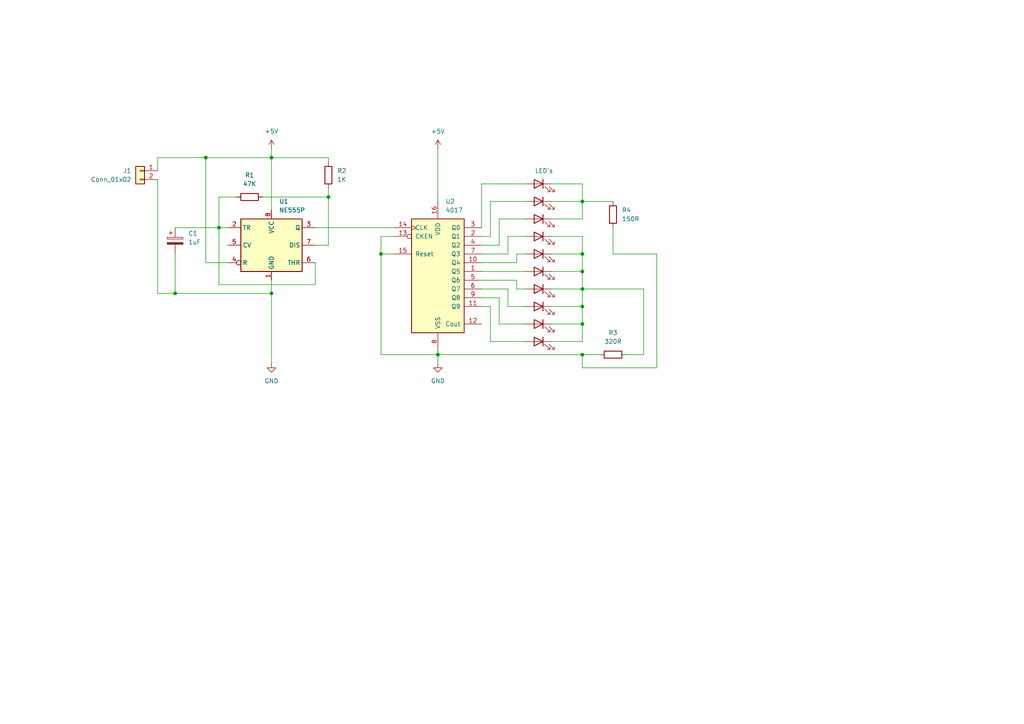
<source format=kicad_sch>
(kicad_sch (version 20230121) (generator eeschema)
  (paper "A4")
  (lib_symbols
    (symbol "4xxx:4017" (pin_names (offset 1.016))
      (property "Reference" "U" (at -7.62 16.51 0))
      (property "Value" "4017" (at -7.62 -19.05 0))
      (symbol "4017_1_0"
        (pin output line (at 12.7 0 180) (length 5.08) (name "Q5") (number "1"))
        (pin output line (at 12.7 2.54 180) (length 5.08) (name "Q4") (number "10"))
        (pin output line (at 12.7 -10.16 180) (length 5.08) (name "Q9") (number "11"))
        (pin output line (at 12.7 -15.24 180) (length 5.08) (name "Cout") (number "12"))
        (pin input inverted (at -12.7 10.16 0) (length 5.08) (name "CKEN") (number "13"))
        (pin input clock (at -12.7 12.7 0) (length 5.08) (name "CLK") (number "14"))
        (pin input line (at -12.7 5.08 0) (length 5.08) (name "Reset") (number "15"))
        (pin power_in line (at 0 20.32 270) (length 5.08) (name "VDD") (number "16"))
        (pin output line (at 12.7 10.16 180) (length 5.08) (name "Q1") (number "2"))
        (pin output line (at 12.7 12.7 180) (length 5.08) (name "Q0") (number "3"))
        (pin output line (at 12.7 7.62 180) (length 5.08) (name "Q2") (number "4"))
        (pin output line (at 12.7 -2.54 180) (length 5.08) (name "Q6") (number "5"))
        (pin output line (at 12.7 -5.08 180) (length 5.08) (name "Q7") (number "6"))
        (pin output line (at 12.7 5.08 180) (length 5.08) (name "Q3") (number "7"))
        (pin power_in line (at 0 -22.86 90) (length 5.08) (name "VSS") (number "8"))
        (pin output line (at 12.7 -7.62 180) (length 5.08) (name "Q8") (number "9"))
      )
      (symbol "4017_1_1"
        (rectangle (start -7.62 15.24) (end 7.62 -17.78) (stroke (width 0.254)) (fill (type background)))
      )
    )
    (symbol "Connector_Generic:Conn_01x02" (pin_names (offset 1.016) hide)
      (property "Reference" "J" (at 0 2.54 0))
      (property "Value" "Conn_01x02" (at 0 -5.08 0))
      (symbol "Conn_01x02_1_1"
        (rectangle (start -1.27 -2.413) (end 0 -2.667) (stroke (width 0.1524)))
        (rectangle (start -1.27 0.127) (end 0 -0.127) (stroke (width 0.1524)))
        (rectangle (start -1.27 1.27) (end 1.27 -3.81) (stroke (width 0.254)) (fill (type background)))
        (pin passive line (at -5.08 0 0) (length 3.81) (name "Pin_1") (number "1"))
        (pin passive line (at -5.08 -2.54 0) (length 3.81) (name "Pin_2") (number "2"))
      )
    )
    (symbol "Device:C_Polarized" (pin_numbers hide) (pin_names (offset 0.254))
      (property "Reference" "C" (at 0.635 2.54 0))
      (property "Value" "C_Polarized" (at 0.635 -2.54 0))
      (symbol "C_Polarized_0_1"
        (rectangle (start -2.286 0.508) (end 2.286 1.016))
        (polyline (pts (xy -1.778 2.286) (xy -0.762 2.286)))
        (polyline (pts (xy -1.27 2.794) (xy -1.27 1.778)))
        (rectangle (start 2.286 -0.508) (end -2.286 -1.016) (fill (type outline)))
      )
      (symbol "C_Polarized_1_1"
        (pin passive line (at 0 3.81 270) (length 2.794) (name "~") (number "1"))
        (pin passive line (at 0 -3.81 90) (length 2.794) (name "~") (number "2"))
      )
    )
    (symbol "Device:LED" (pin_numbers hide) (pin_names (offset 1.016) hide)
      (property "Reference" "D" (at 0 2.54 0))
      (property "Value" "LED" (at 0 -2.54 0))
      (symbol "LED_0_1"
        (polyline (pts (xy -1.27 -1.27) (xy -1.27 1.27)) (stroke (width 0.254)))
        (polyline (pts (xy -1.27 0) (xy 1.27 0)))
        (polyline (pts (xy 1.27 -1.27) (xy 1.27 1.27) (xy -1.27 0) (xy 1.27 -1.27)) (stroke (width 0.254)))
        (polyline (pts (xy -3.048 -0.762) (xy -4.572 -2.286) (xy -3.81 -2.286) (xy -4.572 -2.286) (xy -4.572 -1.524)))
        (polyline (pts (xy -1.778 -0.762) (xy -3.302 -2.286) (xy -2.54 -2.286) (xy -3.302 -2.286) (xy -3.302 -1.524)))
      )
      (symbol "LED_1_1"
        (pin passive line (at -3.81 0 0) (length 2.54) (name "K") (number "1"))
        (pin passive line (at 3.81 0 180) (length 2.54) (name "A") (number "2"))
      )
    )
    (symbol "Device:R" (pin_numbers hide) (pin_names (offset 0))
      (property "Reference" "R" (at 2.032 0 90))
      (property "Value" "R" (at 0 0 90))
      (symbol "R_0_1"
        (rectangle (start -1.016 -2.54) (end 1.016 2.54) (stroke (width 0.254)))
      )
      (symbol "R_1_1"
        (pin passive line (at 0 3.81 270) (length 1.27) (name "~") (number "1"))
        (pin passive line (at 0 -3.81 90) (length 1.27) (name "~") (number "2"))
      )
    )
    (symbol "Timer:NE555P"
      (property "Reference" "U" (at -10.16 8.89 0))
      (property "Value" "NE555P" (at 2.54 8.89 0))
      (symbol "NE555P_0_0"
        (pin power_in line (at 0 -10.16 90) (length 2.54) (name "GND") (number "1"))
        (pin power_in line (at 0 10.16 270) (length 2.54) (name "VCC") (number "8"))
      )
      (symbol "NE555P_0_1"
        (rectangle (start -8.89 -7.62) (end 8.89 7.62) (stroke (width 0.254)) (fill (type background)))
        (rectangle (start -8.89 -7.62) (end 8.89 7.62) (stroke (width 0.254)) (fill (type background)))
      )
      (symbol "NE555P_1_1"
        (pin input line (at -12.7 5.08 0) (length 3.81) (name "TR") (number "2"))
        (pin output line (at 12.7 5.08 180) (length 3.81) (name "Q") (number "3"))
        (pin input inverted (at -12.7 -5.08 0) (length 3.81) (name "R") (number "4"))
        (pin input line (at -12.7 0 0) (length 3.81) (name "CV") (number "5"))
        (pin input line (at 12.7 -5.08 180) (length 3.81) (name "THR") (number "6"))
        (pin input line (at 12.7 0 180) (length 3.81) (name "DIS") (number "7"))
      )
    )
    (symbol "power:+5V" (power) (pin_names (offset 0))
      (property "Value" "+5V" (at 0 3.556 0))
      (symbol "+5V_0_1"
        (polyline (pts (xy -0.762 1.27) (xy 0 2.54)))
        (polyline (pts (xy 0 0) (xy 0 2.54)))
        (polyline (pts (xy 0 2.54) (xy 0.762 1.27)))
      )
      (symbol "+5V_1_1"
        (pin power_in line (at 0 0 90) (length 0) hide (name "+5V") (number "1"))
      )
    )
    (symbol "power:GND" (power) (pin_names (offset 0))
      (property "Value" "GND" (at 0 -3.81 0))
      (symbol "GND_0_1"
        (polyline (pts (xy 0 0) (xy 0 -1.27) (xy 1.27 -1.27) (xy 0 -2.54) (xy -1.27 -1.27) (xy 0 -1.27)))
      )
      (symbol "GND_1_1"
        (pin power_in line (at 0 0 270) (length 0) hide (name "GND") (number "1"))
      )
    )
  )
  (junction (at 168.91 102.87))
  (junction (at 50.8 85.09))
  (junction (at 78.74 45.72))
  (junction (at 168.91 58.42))
  (junction (at 168.91 88.9))
  (junction (at 59.69 45.72))
  (junction (at 168.91 93.98))
  (junction (at 127 102.87))
  (junction (at 95.25 57.15))
  (junction (at 168.91 78.74))
  (junction (at 78.74 85.09))
  (junction (at 63.5 66.04))
  (junction (at 168.91 73.66))
  (junction (at 110.49 73.66))
  (junction (at 168.91 83.82))
  (wire (pts (xy 168.91 83.82) (xy 186.69 83.82)))
  (wire (pts (xy 95.25 57.15) (xy 95.25 71.12)))
  (wire (pts (xy 50.8 73.66) (xy 50.8 85.09)))
  (wire (pts (xy 147.32 83.82) (xy 147.32 88.9)))
  (wire (pts (xy 139.7 76.2) (xy 149.86 76.2)))
  (wire (pts (xy 139.7 68.58) (xy 142.24 68.58)))
  (wire (pts (xy 91.44 82.55) (xy 63.5 82.55)))
  (wire (pts (xy 168.91 93.98) (xy 168.91 88.9)))
  (wire (pts (xy 139.7 88.9) (xy 142.24 88.9)))
  (wire (pts (xy 59.69 45.72) (xy 45.72 45.72)))
  (wire (pts (xy 139.7 83.82) (xy 147.32 83.82)))
  (wire (pts (xy 160.02 68.58) (xy 168.91 68.58)))
  (wire (pts (xy 139.7 81.28) (xy 149.86 81.28)))
  (wire (pts (xy 59.69 45.72) (xy 78.74 45.72)))
  (wire (pts (xy 160.02 63.5) (xy 168.91 63.5)))
  (wire (pts (xy 147.32 88.9) (xy 152.4 88.9)))
  (wire (pts (xy 186.69 102.87) (xy 181.61 102.87)))
  (wire (pts (xy 168.91 78.74) (xy 168.91 83.82)))
  (wire (pts (xy 144.78 86.36) (xy 144.78 93.98)))
  (wire (pts (xy 95.25 71.12) (xy 91.44 71.12)))
  (wire (pts (xy 110.49 73.66) (xy 110.49 102.87)))
  (wire (pts (xy 78.74 43.18) (xy 78.74 45.72)))
  (wire (pts (xy 168.91 58.42) (xy 177.8 58.42)))
  (wire (pts (xy 66.04 76.2) (xy 59.69 76.2)))
  (wire (pts (xy 127 102.87) (xy 168.91 102.87)))
  (wire (pts (xy 139.7 78.74) (xy 152.4 78.74)))
  (wire (pts (xy 139.7 66.04) (xy 139.7 53.34)))
  (wire (pts (xy 114.3 68.58) (xy 110.49 68.58)))
  (wire (pts (xy 78.74 85.09) (xy 78.74 105.41)))
  (wire (pts (xy 149.86 76.2) (xy 149.86 73.66)))
  (wire (pts (xy 147.32 68.58) (xy 152.4 68.58)))
  (wire (pts (xy 63.5 57.15) (xy 63.5 66.04)))
  (wire (pts (xy 76.2 57.15) (xy 95.25 57.15)))
  (wire (pts (xy 147.32 73.66) (xy 147.32 68.58)))
  (wire (pts (xy 168.91 73.66) (xy 168.91 78.74)))
  (wire (pts (xy 110.49 73.66) (xy 114.3 73.66)))
  (wire (pts (xy 168.91 102.87) (xy 168.91 106.68)))
  (wire (pts (xy 95.25 46.99) (xy 95.25 45.72)))
  (wire (pts (xy 160.02 53.34) (xy 168.91 53.34)))
  (wire (pts (xy 149.86 73.66) (xy 152.4 73.66)))
  (wire (pts (xy 50.8 66.04) (xy 63.5 66.04)))
  (wire (pts (xy 160.02 99.06) (xy 168.91 99.06)))
  (wire (pts (xy 168.91 53.34) (xy 168.91 58.42)))
  (wire (pts (xy 78.74 81.28) (xy 78.74 85.09)))
  (wire (pts (xy 168.91 102.87) (xy 173.99 102.87)))
  (wire (pts (xy 91.44 76.2) (xy 91.44 82.55)))
  (wire (pts (xy 142.24 99.06) (xy 152.4 99.06)))
  (wire (pts (xy 63.5 57.15) (xy 68.58 57.15)))
  (wire (pts (xy 160.02 83.82) (xy 168.91 83.82)))
  (wire (pts (xy 144.78 63.5) (xy 152.4 63.5)))
  (wire (pts (xy 144.78 71.12) (xy 144.78 63.5)))
  (wire (pts (xy 160.02 58.42) (xy 168.91 58.42)))
  (wire (pts (xy 160.02 93.98) (xy 168.91 93.98)))
  (wire (pts (xy 190.5 106.68) (xy 168.91 106.68)))
  (wire (pts (xy 168.91 88.9) (xy 168.91 83.82)))
  (wire (pts (xy 45.72 45.72) (xy 45.72 49.53)))
  (wire (pts (xy 186.69 83.82) (xy 186.69 102.87)))
  (wire (pts (xy 59.69 76.2) (xy 59.69 45.72)))
  (wire (pts (xy 78.74 45.72) (xy 78.74 60.96)))
  (wire (pts (xy 63.5 66.04) (xy 63.5 82.55)))
  (wire (pts (xy 127 43.18) (xy 127 58.42)))
  (wire (pts (xy 168.91 99.06) (xy 168.91 93.98)))
  (wire (pts (xy 168.91 68.58) (xy 168.91 73.66)))
  (wire (pts (xy 139.7 53.34) (xy 152.4 53.34)))
  (wire (pts (xy 127 101.6) (xy 127 102.87)))
  (wire (pts (xy 110.49 102.87) (xy 127 102.87)))
  (wire (pts (xy 139.7 71.12) (xy 144.78 71.12)))
  (wire (pts (xy 45.72 52.07) (xy 45.72 85.09)))
  (wire (pts (xy 91.44 66.04) (xy 114.3 66.04)))
  (wire (pts (xy 50.8 85.09) (xy 78.74 85.09)))
  (wire (pts (xy 144.78 93.98) (xy 152.4 93.98)))
  (wire (pts (xy 160.02 73.66) (xy 168.91 73.66)))
  (wire (pts (xy 142.24 68.58) (xy 142.24 58.42)))
  (wire (pts (xy 149.86 81.28) (xy 149.86 83.82)))
  (wire (pts (xy 190.5 73.66) (xy 190.5 106.68)))
  (wire (pts (xy 63.5 66.04) (xy 66.04 66.04)))
  (wire (pts (xy 160.02 88.9) (xy 168.91 88.9)))
  (wire (pts (xy 127 102.87) (xy 127 105.41)))
  (wire (pts (xy 45.72 85.09) (xy 50.8 85.09)))
  (wire (pts (xy 95.25 45.72) (xy 78.74 45.72)))
  (wire (pts (xy 142.24 58.42) (xy 152.4 58.42)))
  (wire (pts (xy 168.91 63.5) (xy 168.91 58.42)))
  (wire (pts (xy 142.24 88.9) (xy 142.24 99.06)))
  (wire (pts (xy 149.86 83.82) (xy 152.4 83.82)))
  (wire (pts (xy 110.49 68.58) (xy 110.49 73.66)))
  (wire (pts (xy 95.25 54.61) (xy 95.25 57.15)))
  (wire (pts (xy 160.02 78.74) (xy 168.91 78.74)))
  (wire (pts (xy 177.8 66.04) (xy 177.8 73.66)))
  (wire (pts (xy 139.7 86.36) (xy 144.78 86.36)))
  (wire (pts (xy 177.8 73.66) (xy 190.5 73.66)))
  (wire (pts (xy 139.7 73.66) (xy 147.32 73.66)))
  (symbol (lib_id "Device:LED") (at 156.21 83.82 0) (mirror y) (unit 1)
    (property "Reference" "D7" (effects hide))
    (property "Value" "LED" (effects hide))
    (property "Footprint" "LED_THT:LED_D5.0mm" (effects hide))
  )
  (symbol (lib_id "Device:LED") (at 156.21 53.34 0) (mirror y) (unit 1)
    (property "Reference" "D1" (effects hide))
    (property "Value" "LED's" (at 157.7975 49.53 0))
    (property "Footprint" "LED_THT:LED_D5.0mm" (effects hide))
  )
  (symbol (lib_id "Device:R") (at 95.25 50.8 0) (unit 1)
    (property "Reference" "R2" (at 97.79 49.53 0) (effects (justify left)))
    (property "Value" "1K" (at 97.79 52.07 0) (effects (justify left)))
    (property "Footprint" "Resistor_THT:R_Axial_DIN0207_L6.3mm_D2.5mm_P10.16mm_Horizontal" (effects hide))
  )
  (symbol (lib_id "Device:LED") (at 156.21 63.5 0) (mirror y) (unit 1)
    (property "Reference" "D3" (effects hide))
    (property "Value" "LED" (effects hide))
    (property "Footprint" "LED_THT:LED_D5.0mm" (effects hide))
  )
  (symbol (lib_id "Device:R") (at 72.39 57.15 270) (unit 1)
    (property "Reference" "R1" (at 72.39 50.8 90))
    (property "Value" "47K" (at 72.39 53.34 90))
    (property "Footprint" "Resistor_THT:R_Axial_DIN0207_L6.3mm_D2.5mm_P10.16mm_Horizontal" (effects hide))
  )
  (symbol (lib_id "Device:R") (at 177.8 102.87 270) (unit 1)
    (property "Reference" "R3" (at 177.8 96.52 90))
    (property "Value" "320R" (at 177.8 99.06 90))
    (property "Footprint" "Resistor_THT:R_Axial_DIN0207_L6.3mm_D2.5mm_P10.16mm_Horizontal" (effects hide))
  )
  (symbol (lib_id "power:GND") (at 78.74 105.41 0) (unit 1)
    (property "Reference" "#PWR02" (effects hide))
    (property "Value" "GND" (at 78.74 110.49 0))
  )
  (symbol (lib_id "Device:R") (at 177.8 62.23 0) (unit 1)
    (property "Reference" "R4" (at 180.34 60.96 0) (effects (justify left)))
    (property "Value" "150R" (at 180.34 63.5 0) (effects (justify left)))
    (property "Footprint" "Resistor_THT:R_Axial_DIN0207_L6.3mm_D2.5mm_P10.16mm_Horizontal" (effects hide))
  )
  (symbol (lib_id "power:+5V") (at 78.74 43.18 0) (unit 1)
    (property "Reference" "#PWR01" (effects hide))
    (property "Value" "+5V" (at 78.74 38.1 0))
  )
  (symbol (lib_id "4xxx:4017") (at 127 78.74 0) (unit 1)
    (property "Reference" "U2" (at 129.1941 58.42 0) (effects (justify left)))
    (property "Value" "4017" (at 129.1941 60.96 0) (effects (justify left)))
    (property "Footprint" "Package_DIP:DIP-16_W7.62mm_Socket_LongPads" (effects hide))
    (property "Datasheet" "http://www.intersil.com/content/dam/Intersil/documents/cd40/cd4017bms-22bms.pdf" (effects hide))
  )
  (symbol (lib_id "Device:LED") (at 156.21 73.66 0) (mirror y) (unit 1)
    (property "Reference" "D5" (effects hide))
    (property "Value" "LED" (effects hide))
    (property "Footprint" "LED_THT:LED_D5.0mm" (effects hide))
  )
  (symbol (lib_id "Timer:NE555P") (at 78.74 71.12 0) (unit 1)
    (property "Reference" "U1" (at 80.9341 58.42 0) (effects (justify left)))
    (property "Value" "NE555P" (at 80.9341 60.96 0) (effects (justify left)))
    (property "Footprint" "Package_DIP:DIP-8_W7.62mm" (effects hide))
    (property "Datasheet" "http://www.ti.com/lit/ds/symlink/ne555.pdf" (effects hide))
  )
  (symbol (lib_id "Device:LED") (at 156.21 68.58 0) (mirror y) (unit 1)
    (property "Reference" "D4" (effects hide))
    (property "Value" "LED" (effects hide))
    (property "Footprint" "LED_THT:LED_D5.0mm" (effects hide))
  )
  (symbol (lib_id "Device:LED") (at 156.21 99.06 0) (mirror y) (unit 1)
    (property "Reference" "D10" (effects hide))
    (property "Value" "LED" (effects hide))
    (property "Footprint" "LED_THT:LED_D5.0mm" (effects hide))
  )
  (symbol (lib_id "Device:LED") (at 156.21 58.42 0) (mirror y) (unit 1)
    (property "Reference" "D2" (effects hide))
    (property "Value" "LED" (effects hide))
    (property "Footprint" "LED_THT:LED_D5.0mm" (effects hide))
  )
  (symbol (lib_id "power:+5V") (at 127 43.18 0) (unit 1)
    (property "Reference" "#PWR03" (effects hide))
    (property "Value" "+5V" (at 127 38.1 0))
  )
  (symbol (lib_id "Device:LED") (at 156.21 78.74 0) (mirror y) (unit 1)
    (property "Reference" "D6" (effects hide))
    (property "Value" "LED" (effects hide))
    (property "Footprint" "LED_THT:LED_D5.0mm" (effects hide))
  )
  (symbol (lib_id "Device:LED") (at 156.21 93.98 0) (mirror y) (unit 1)
    (property "Reference" "D9" (effects hide))
    (property "Value" "LED" (effects hide))
    (property "Footprint" "LED_THT:LED_D5.0mm" (effects hide))
  )
  (symbol (lib_id "Connector_Generic:Conn_01x02") (at 40.64 49.53 0) (mirror y) (unit 1)
    (property "Reference" "J1" (at 38.1 49.53 0) (effects (justify left)))
    (property "Value" "Conn_01x02" (at 38.1 52.07 0) (effects (justify left)))
    (property "Footprint" "Connector_PinHeader_2.54mm:PinHeader_1x02_P2.54mm_Vertical" (effects hide))
  )
  (symbol (lib_id "power:GND") (at 127 105.41 0) (unit 1)
    (property "Reference" "#PWR04" (effects hide))
    (property "Value" "GND" (at 127 110.49 0))
  )
  (symbol (lib_id "Device:C_Polarized") (at 50.8 69.85 0) (unit 1)
    (property "Reference" "C1" (at 54.61 67.691 0) (effects (justify left)))
    (property "Value" "1uF" (at 54.61 70.231 0) (effects (justify left)))
    (property "Footprint" "Capacitor_THT:CP_Radial_D5.0mm_P2.50mm" (effects hide))
  )
  (symbol (lib_id "Device:LED") (at 156.21 88.9 0) (mirror y) (unit 1)
    (property "Reference" "D8" (effects hide))
    (property "Value" "LED" (effects hide))
    (property "Footprint" "LED_THT:LED_D5.0mm" (effects hide))
  )
)
</source>
